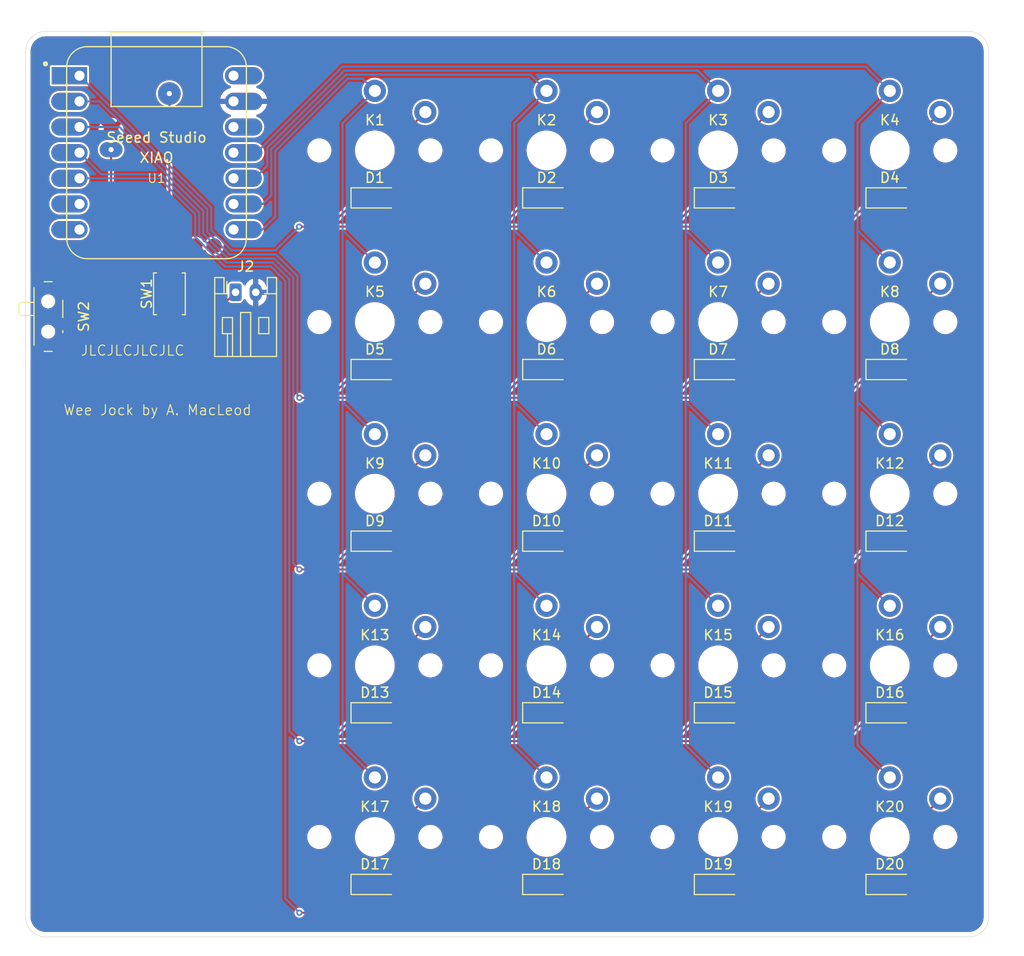
<source format=kicad_pcb>
(kicad_pcb (version 20240108) (generator "pcbnew") (generator_version "8.0")
  (title_block (title "Wee Jock Grid Pad") (date "2024-10-10") (rev "v0.0.2"))
  (layers (0 "F.Cu" signal) (31 "B.Cu" signal) (34 "B.Paste" user) (35 "F.Paste" user) (36 "B.SilkS" user "B.Silkscreen") (37 "F.SilkS" user "F.Silkscreen") (38 "B.Mask" user) (39 "F.Mask" user) (44 "Edge.Cuts" user))
  (net 0 "")
  (net 1 "Net-(D1-A)")
  (net 2 "row0")
  (net 3 "Net-(D2-A)")
  (net 4 "Net-(D3-A)")
  (net 5 "Net-(D4-A)")
  (net 6 "Net-(D5-A)")
  (net 7 "row1")
  (net 8 "Net-(D6-A)")
  (net 9 "Net-(D7-A)")
  (net 10 "Net-(D8-A)")
  (net 11 "row2")
  (net 12 "Net-(D9-A)")
  (net 13 "Net-(D10-A)")
  (net 14 "Net-(D11-A)")
  (net 15 "Net-(D12-A)")
  (net 16 "row3")
  (net 17 "Net-(D13-A)")
  (net 18 "Net-(D14-A)")
  (net 19 "Net-(D15-A)")
  (net 20 "Net-(D16-A)")
  (net 21 "Net-(D17-A)")
  (net 22 "row4")
  (net 23 "Net-(D18-A)")
  (net 24 "Net-(D19-A)")
  (net 25 "Net-(D20-A)")
  (net 26 "GND")
  (net 27 "Net-(J2-Pin_1)")
  (net 28 "col0")
  (net 29 "col1")
  (net 30 "col2")
  (net 31 "col3")
  (net 32 "RST")
  (net 34 "BAT+")
  (footprint "Diode_SMD:D_SOD-123" (layer "F.Cu") (at 143.2 80.8)
    (property "Reference" "D7" (at 0 -2 0) (layer "F.SilkS"))
    (property "Value" "D")
    (pad "1" smd roundrect (at -1.65 0) (size 0.9 1.2) (layers "F.Cu" "F.Paste" "F.Mask") (net 7 "row1"))
    (pad "2" smd roundrect (at 1.65 0) (size 0.9 1.2) (layers "F.Cu" "F.Paste" "F.Mask") (net 9 "Net-(D7-A)"))
  )
  (footprint "weejock_library:SW_Kailh_Choc_V1" (layer "F.Cu") (at 126.2 59.1)
    (property "Reference" "K2" (at 0 -3 0) (layer "F.SilkS"))
    (property "Value" "PG1350")
    (pad "" np_thru_hole circle (at -5.5 0) (size 1.9 1.9) (drill 1.9) (layers "*.Cu" "*.Mask"))
    (pad "" np_thru_hole circle (at 0 0) (size 3.45 3.45) (drill 3.45) (layers "*.Cu" "*.Mask"))
    (pad "" np_thru_hole circle (at 5.5 0) (size 1.9 1.9) (drill 1.9) (layers "*.Cu" "*.Mask"))
    (pad "1" thru_hole circle (at 0 -5.9) (size 2.2 2.2) (drill 1.2) (layers "*.Cu" "*.Mask") (net 29 "col1"))
    (pad "2" thru_hole circle (at 5 -3.8) (size 2.2 2.2) (drill 1.2) (layers "*.Cu" "*.Mask") (net 3 "Net-(D2-A)"))
  )
  (footprint "weejock_library:SW_Kailh_Choc_V1" (layer "F.Cu") (at 143.2 93.1)
    (property "Reference" "K11" (at 0 -3 0) (layer "F.SilkS"))
    (property "Value" "PG1350")
    (pad "" np_thru_hole circle (at -5.5 0) (size 1.9 1.9) (drill 1.9) (layers "*.Cu" "*.Mask"))
    (pad "" np_thru_hole circle (at 0 0) (size 3.45 3.45) (drill 3.45) (layers "*.Cu" "*.Mask"))
    (pad "" np_thru_hole circle (at 5.5 0) (size 1.9 1.9) (drill 1.9) (layers "*.Cu" "*.Mask"))
    (pad "1" thru_hole circle (at 0 -5.9) (size 2.2 2.2) (drill 1.2) (layers "*.Cu" "*.Mask") (net 30 "col2"))
    (pad "2" thru_hole circle (at 5 -3.8) (size 2.2 2.2) (drill 1.2) (layers "*.Cu" "*.Mask") (net 14 "Net-(D11-A)"))
  )
  (footprint "Diode_SMD:D_SOD-123" (layer "F.Cu") (at 143.2 97.8)
    (property "Reference" "D11" (at 0 -2 0) (layer "F.SilkS"))
    (property "Value" "D")
    (pad "1" smd roundrect (at -1.65 0) (size 0.9 1.2) (layers "F.Cu" "F.Paste" "F.Mask") (net 11 "row2"))
    (pad "2" smd roundrect (at 1.65 0) (size 0.9 1.2) (layers "F.Cu" "F.Paste" "F.Mask") (net 14 "Net-(D11-A)"))
  )
  (footprint "Diode_SMD:D_SOD-123" (layer "F.Cu") (at 109.2 114.8)
    (property "Reference" "D13" (at 0 -2 0) (layer "F.SilkS"))
    (property "Value" "D")
    (pad "1" smd roundrect (at -1.65 0) (size 0.9 1.2) (layers "F.Cu" "F.Paste" "F.Mask") (net 16 "row3"))
    (pad "2" smd roundrect (at 1.65 0) (size 0.9 1.2) (layers "F.Cu" "F.Paste" "F.Mask") (net 17 "Net-(D13-A)"))
  )
  (footprint "weejock_library:SW_Kailh_Choc_V1" (layer "F.Cu") (at 160.2 93.1)
    (property "Reference" "K12" (at 0 -3 0) (layer "F.SilkS"))
    (property "Value" "PG1350")
    (pad "" np_thru_hole circle (at -5.5 0) (size 1.9 1.9) (drill 1.9) (layers "*.Cu" "*.Mask"))
    (pad "" np_thru_hole circle (at 0 0) (size 3.45 3.45) (drill 3.45) (layers "*.Cu" "*.Mask"))
    (pad "" np_thru_hole circle (at 5.5 0) (size 1.9 1.9) (drill 1.9) (layers "*.Cu" "*.Mask"))
    (pad "1" thru_hole circle (at 0 -5.9) (size 2.2 2.2) (drill 1.2) (layers "*.Cu" "*.Mask") (net 31 "col3"))
    (pad "2" thru_hole circle (at 5 -3.8) (size 2.2 2.2) (drill 1.2) (layers "*.Cu" "*.Mask") (net 15 "Net-(D12-A)"))
  )
  (footprint "Diode_SMD:D_SOD-123" (layer "F.Cu") (at 143.2 131.8)
    (property "Reference" "D19" (at 0 -2 0) (layer "F.SilkS"))
    (property "Value" "D")
    (pad "1" smd roundrect (at -1.65 0) (size 0.9 1.2) (layers "F.Cu" "F.Paste" "F.Mask") (net 22 "row4"))
    (pad "2" smd roundrect (at 1.65 0) (size 0.9 1.2) (layers "F.Cu" "F.Paste" "F.Mask") (net 24 "Net-(D19-A)"))
  )
  (footprint "weejock_library:Castellated XIAO with BAT+ and RST" (layer "F.Cu") (at 87.575 59.32)
    (property "Reference" "U1" (at 0 2.54 0) (layer "F.SilkS") (effects (font (size 0.889 0.889) (thickness 0.1016))))
    (property "Value" "Seeed Studio XIAO nRF52840" (hide yes))
    (fp_text user "Seeed Studio" (at 0 -1.5 0) (layer "F.SilkS"))
    (fp_text user "XIAO" (at 0 0.5 0) (layer "F.SilkS"))
    (pad "1" thru_hole rect (at -7.625 -7.62) (size 3.5 1.7) (drill 1 (offset -1 0)) (layers "*.Cu" "*.Mask") (net 2 "row0"))
    (pad "2" thru_hole oval (at -7.625 -5.08) (size 3.6 1.7) (drill 1 (offset -1 0)) (layers "*.Cu" "*.Mask") (net 7 "row1"))
    (pad "3" thru_hole oval (at -7.625 -2.54) (size 3.6 1.7) (drill 1 (offset -1 0)) (layers "*.Cu" "*.Mask") (net 11 "row2"))
    (pad "4" thru_hole oval (at -7.625 0) (size 3.6 1.7) (drill 1 (offset -1 0)) (layers "*.Cu" "*.Mask") (net 16 "row3"))
    (pad "5" thru_hole oval (at -7.625 2.54) (size 3.6 1.7) (drill 1 (offset -1 0)) (layers "*.Cu" "*.Mask") (net 22 "row4"))
    (pad "6" thru_hole oval (at -7.625 5.08 180) (size 3.6 1.7) (drill 1 (offset 1 0)) (layers "*.Cu" "*.Mask"))
    (pad "7" thru_hole oval (at -7.625 7.62) (size 3.6 1.7) (drill 1 (offset -1 0)) (layers "*.Cu" "*.Mask"))
    (pad "8" thru_hole oval (at 7.625 7.62) (size 3.6 1.7) (drill 1 (offset 1 0)) (layers "*.Cu" "*.Mask") (net 28 "col0"))
    (pad "9" thru_hole oval (at 7.625 5.08) (size 3.6 1.7) (drill 1 (offset 1 0)) (layers "*.Cu" "*.Mask") (net 29 "col1"))
    (pad "10" thru_hole oval (at 7.625 2.54) (size 3.6 1.7) (drill 1 (offset 1 0)) (layers "*.Cu" "*.Mask") (net 30 "col2"))
    (pad "11" thru_hole oval (at 7.625 0) (size 3.7 1.7) (drill 1 (offset 1 0)) (layers "*.Cu" "*.Mask") (net 31 "col3"))
    (pad "12" thru_hole oval (at 7.625 -2.54) (size 3.7 1.7) (drill 1 (offset 1 0)) (layers "*.Cu" "*.Mask"))
    (pad "13" thru_hole oval (at 7.625 -5.08) (size 3.7 1.7) (drill 1 (offset 1 0)) (layers "*.Cu" "*.Mask") (net 26 "GND"))
    (pad "14" thru_hole oval (at 7.625 -7.62) (size 3.7 1.7) (drill 1 (offset 1 0)) (layers "*.Cu" "*.Mask"))
    (pad "15" smd circle (at -1.27 -8.39) (size 1.5 1.5) (layers "F.Cu" "F.Paste" "F.Mask"))
    (pad "16" smd circle (at 1.27 -8.39) (size 1.5 1.5) (layers "F.Cu" "F.Paste" "F.Mask"))
    (pad "17" smd circle (at -1.27 -5.85) (size 1.5 1.5) (layers "F.Cu" "F.Paste" "F.Mask"))
    (pad "18" thru_hole circle (at 1.27 -5.85) (size 2.25 2.25) (drill 0.508) (layers "*.Cu" "*.Mask") (net 32 "RST"))
    (pad "19" smd circle (at 3.8 9.25) (size 1.5 1.5) (layers "F.Cu" "F.Paste" "F.Mask"))
    (pad "20" smd circle (at 5.7 9.25) (size 1.5 1.5) (layers "F.Cu" "F.Paste" "F.Mask"))
    (pad "21" smd circle (at -4.5 -2.2) (size 1.5 1.5) (layers "F.Cu" "F.Paste" "F.Mask") (net 26 "GND"))
    (pad "22" thru_hole oval (at -4.5 -0.3) (size 2.25 1.5) (drill 0.508) (layers "*.Cu" "*.Mask") (net 34 "BAT+"))
  )
  (footprint "weejock_library:SW_Kailh_Choc_V1" (layer "F.Cu") (at 160.2 110.1)
    (property "Reference" "K16" (at 0 -3 0) (layer "F.SilkS"))
    (property "Value" "PG1350")
    (pad "" np_thru_hole circle (at -5.5 0) (size 1.9 1.9) (drill 1.9) (layers "*.Cu" "*.Mask"))
    (pad "" np_thru_hole circle (at 0 0) (size 3.45 3.45) (drill 3.45) (layers "*.Cu" "*.Mask"))
    (pad "" np_thru_hole circle (at 5.5 0) (size 1.9 1.9) (drill 1.9) (layers "*.Cu" "*.Mask"))
    (pad "1" thru_hole circle (at 0 -5.9) (size 2.2 2.2) (drill 1.2) (layers "*.Cu" "*.Mask") (net 31 "col3"))
    (pad "2" thru_hole circle (at 5 -3.8) (size 2.2 2.2) (drill 1.2) (layers "*.Cu" "*.Mask") (net 20 "Net-(D16-A)"))
  )
  (footprint "weejock_library:SW_Kailh_Choc_V1" (layer "F.Cu") (at 109.2 59.1)
    (property "Reference" "K1" (at 0 -3 0) (layer "F.SilkS"))
    (property "Value" "PG1350")
    (pad "" np_thru_hole circle (at -5.5 0) (size 1.9 1.9) (drill 1.9) (layers "*.Cu" "*.Mask"))
    (pad "" np_thru_hole circle (at 0 0) (size 3.45 3.45) (drill 3.45) (layers "*.Cu" "*.Mask"))
    (pad "" np_thru_hole circle (at 5.5 0) (size 1.9 1.9) (drill 1.9) (layers "*.Cu" "*.Mask"))
    (pad "1" thru_hole circle (at 0 -5.9) (size 2.2 2.2) (drill 1.2) (layers "*.Cu" "*.Mask") (net 28 "col0"))
    (pad "2" thru_hole circle (at 5 -3.8) (size 2.2 2.2) (drill 1.2) (layers "*.Cu" "*.Mask") (net 1 "Net-(D1-A)"))
  )
  (footprint "Diode_SMD:D_SOD-123" (layer "F.Cu") (at 143.2 114.8)
    (property "Reference" "D15" (at 0 -2 0) (layer "F.SilkS"))
    (property "Value" "D")
    (pad "1" smd roundrect (at -1.65 0) (size 0.9 1.2) (layers "F.Cu" "F.Paste" "F.Mask") (net 16 "row3"))
    (pad "2" smd roundrect (at 1.65 0) (size 0.9 1.2) (layers "F.Cu" "F.Paste" "F.Mask") (net 19 "Net-(D15-A)"))
  )
  (footprint "Diode_SMD:D_SOD-123" (layer "F.Cu") (at 160.2 63.8)
    (property "Reference" "D4" (at 0 -2 0) (layer "F.SilkS"))
    (property "Value" "D")
    (pad "1" smd roundrect (at -1.65 0) (size 0.9 1.2) (layers "F.Cu" "F.Paste" "F.Mask") (net 2 "row0"))
    (pad "2" smd roundrect (at 1.65 0) (size 0.9 1.2) (layers "F.Cu" "F.Paste" "F.Mask") (net 5 "Net-(D4-A)"))
  )
  (footprint "weejock_library:SW_Kailh_Choc_V1" (layer "F.Cu") (at 143.2 76.1)
    (property "Reference" "K7" (at 0 -3 0) (layer "F.SilkS"))
    (property "Value" "PG1350")
    (pad "" np_thru_hole circle (at -5.5 0) (size 1.9 1.9) (drill 1.9) (layers "*.Cu" "*.Mask"))
    (pad "" np_thru_hole circle (at 0 0) (size 3.45 3.45) (drill 3.45) (layers "*.Cu" "*.Mask"))
    (pad "" np_thru_hole circle (at 5.5 0) (size 1.9 1.9) (drill 1.9) (layers "*.Cu" "*.Mask"))
    (pad "1" thru_hole circle (at 0 -5.9) (size 2.2 2.2) (drill 1.2) (layers "*.Cu" "*.Mask") (net 30 "col2"))
    (pad "2" thru_hole circle (at 5 -3.8) (size 2.2 2.2) (drill 1.2) (layers "*.Cu" "*.Mask") (net 9 "Net-(D7-A)"))
  )
  (footprint "Diode_SMD:D_SOD-123" (layer "F.Cu") (at 126.2 97.8)
    (property "Reference" "D10" (at 0 -2 0) (layer "F.SilkS"))
    (property "Value" "D")
    (pad "1" smd roundrect (at -1.65 0) (size 0.9 1.2) (layers "F.Cu" "F.Paste" "F.Mask") (net 11 "row2"))
    (pad "2" smd roundrect (at 1.65 0) (size 0.9 1.2) (layers "F.Cu" "F.Paste" "F.Mask") (net 13 "Net-(D10-A)"))
  )
  (footprint "weejock_library:SW_Kailh_Choc_V1" (layer "F.Cu") (at 109.2 76.1)
    (property "Reference" "K5" (at 0 -3 0) (layer "F.SilkS"))
    (property "Value" "PG1350")
    (pad "" np_thru_hole circle (at -5.5 0) (size 1.9 1.9) (drill 1.9) (layers "*.Cu" "*.Mask"))
    (pad "" np_thru_hole circle (at 0 0) (size 3.45 3.45) (drill 3.45) (layers "*.Cu" "*.Mask"))
    (pad "" np_thru_hole circle (at 5.5 0) (size 1.9 1.9) (drill 1.9) (layers "*.Cu" "*.Mask"))
    (pad "1" thru_hole circle (at 0 -5.9) (size 2.2 2.2) (drill 1.2) (layers "*.Cu" "*.Mask") (net 28 "col0"))
    (pad "2" thru_hole circle (at 5 -3.8) (size 2.2 2.2) (drill 1.2) (layers "*.Cu" "*.Mask") (net 6 "Net-(D5-A)"))
  )
  (footprint "weejock_library:SW_Kailh_Choc_V1" (layer "F.Cu") (at 126.2 110.1)
    (property "Reference" "K14" (at 0 -3 0) (layer "F.SilkS"))
    (property "Value" "PG1350")
    (pad "" np_thru_hole circle (at -5.5 0) (size 1.9 1.9) (drill 1.9) (layers "*.Cu" "*.Mask"))
    (pad "" np_thru_hole circle (at 0 0) (size 3.45 3.45) (drill 3.45) (layers "*.Cu" "*.Mask"))
    (pad "" np_thru_hole circle (at 5.5 0) (size 1.9 1.9) (drill 1.9) (layers "*.Cu" "*.Mask"))
    (pad "1" thru_hole circle (at 0 -5.9) (size 2.2 2.2) (drill 1.2) (layers "*.Cu" "*.Mask") (net 29 "col1"))
    (pad "2" thru_hole circle (at 5 -3.8) (size 2.2 2.2) (drill 1.2) (layers "*.Cu" "*.Mask") (net 18 "Net-(D14-A)"))
  )
  (footprint "Diode_SMD:D_SOD-123" (layer "F.Cu") (at 109.2 80.8)
    (property "Reference" "D5" (at 0 -2 0) (layer "F.SilkS"))
    (property "Value" "D")
    (pad "1" smd roundrect (at -1.65 0) (size 0.9 1.2) (layers "F.Cu" "F.Paste" "F.Mask") (net 7 "row1"))
    (pad "2" smd roundrect (at 1.65 0) (size 0.9 1.2) (layers "F.Cu" "F.Paste" "F.Mask") (net 6 "Net-(D5-A)"))
  )
  (footprint "weejock_library:SW_Kailh_Choc_V1" (layer "F.Cu") (at 143.2 59.1)
    (property "Reference" "K3" (at 0 -3 0) (layer "F.SilkS"))
    (property "Value" "PG1350")
    (pad "" np_thru_hole circle (at -5.5 0) (size 1.9 1.9) (drill 1.9) (layers "*.Cu" "*.Mask"))
    (pad "" np_thru_hole circle (at 0 0) (size 3.45 3.45) (drill 3.45) (layers "*.Cu" "*.Mask"))
    (pad "" np_thru_hole circle (at 5.5 0) (size 1.9 1.9) (drill 1.9) (layers "*.Cu" "*.Mask"))
    (pad "1" thru_hole circle (at 0 -5.9) (size 2.2 2.2) (drill 1.2) (layers "*.Cu" "*.Mask") (net 30 "col2"))
    (pad "2" thru_hole circle (at 5 -3.8) (size 2.2 2.2) (drill 1.2) (layers "*.Cu" "*.Mask") (net 4 "Net-(D3-A)"))
  )
  (footprint "Button_Switch_SMD:SW_SPDT_PCM12" (layer "F.Cu") (at 77.17 75.55 -90)
    (property "Reference" "SW2" (at 0 -3.2 90) (layer "F.SilkS"))
    (property "Value" "SW_SPDT")
    (pad "" smd rect (at -3.65 -0.78 270) (size 1 0.8) (layers "F.Cu" "F.Paste" "F.Mask"))
    (pad "" smd rect (at -3.65 1.43 270) (size 1 0.8) (layers "F.Cu" "F.Paste" "F.Mask"))
    (pad "" np_thru_hole circle (at -1.5 0.33 270) (size 0.9 0.9) (drill 0.9) (layers "*.Cu" "*.Mask"))
    (pad "" np_thru_hole circle (at 1.5 0.33 270) (size 0.9 0.9) (drill 0.9) (layers "*.Cu" "*.Mask"))
    (pad "" smd rect (at 3.65 -0.78 270) (size 1 0.8) (layers "F.Cu" "F.Paste" "F.Mask"))
    (pad "" smd rect (at 3.65 1.43 270) (size 1 0.8) (layers "F.Cu" "F.Paste" "F.Mask"))
    (pad "1" smd rect (at -2.25 -1.43 270) (size 0.7 1.5) (layers "F.Cu" "F.Paste" "F.Mask"))
    (pad "2" smd rect (at 0.75 -1.43 270) (size 0.7 1.5) (layers "F.Cu" "F.Paste" "F.Mask") (net 34 "BAT+"))
    (pad "3" smd rect (at 2.25 -1.43 270) (size 0.7 1.5) (layers "F.Cu" "F.Paste" "F.Mask") (net 27 "Net-(J2-Pin_1)"))
  )
  (footprint "Diode_SMD:D_SOD-123" (layer "F.Cu") (at 109.2 97.8)
    (property "Reference" "D9" (at 0 -2 0) (layer "F.SilkS"))
    (property "Value" "D")
    (pad "1" smd roundrect (at -1.65 0) (size 0.9 1.2) (layers "F.Cu" "F.Paste" "F.Mask") (net 11 "row2"))
    (pad "2" smd roundrect (at 1.65 0) (size 0.9 1.2) (layers "F.Cu" "F.Paste" "F.Mask") (net 12 "Net-(D9-A)"))
  )
  (footprint "weejock_library:SW_Kailh_Choc_V1" (layer "F.Cu") (at 160.2 59.1)
    (property "Reference" "K4" (at 0 -3 0) (layer "F.SilkS"))
    (property "Value" "PG1350")
    (pad "" np_thru_hole circle (at -5.5 0) (size 1.9 1.9) (drill 1.9) (layers "*.Cu" "*.Mask"))
    (pad "" np_thru_hole circle (at 0 0) (size 3.45 3.45) (drill 3.45) (layers "*.Cu" "*.Mask"))
    (pad "" np_thru_hole circle (at 5.5 0) (size 1.9 1.9) (drill 1.9) (layers "*.Cu" "*.Mask"))
    (pad "1" thru_hole circle (at 0 -5.9) (size 2.2 2.2) (drill 1.2) (layers "*.Cu" "*.Mask") (net 31 "col3"))
    (pad "2" thru_hole circle (at 5 -3.8) (size 2.2 2.2) (drill 1.2) (layers "*.Cu" "*.Mask") (net 5 "Net-(D4-A)"))
  )
  (footprint "Diode_SMD:D_SOD-123" (layer "F.Cu") (at 160.2 80.8)
    (property "Reference" "D8" (at 0 -2 0) (layer "F.SilkS"))
    (property "Value" "D")
    (pad "1" smd roundrect (at -1.65 0) (size 0.9 1.2) (layers "F.Cu" "F.Paste" "F.Mask") (net 7 "row1"))
    (pad "2" smd roundrect (at 1.65 0) (size 0.9 1.2) (layers "F.Cu" "F.Paste" "F.Mask") (net 10 "Net-(D8-A)"))
  )
  (footprint "Diode_SMD:D_SOD-123" (layer "F.Cu") (at 160.2 97.8)
    (property "Reference" "D12" (at 0 -2 0) (layer "F.SilkS"))
    (property "Value" "D")
    (pad "1" smd roundrect (at -1.65 0) (size 0.9 1.2) (layers "F.Cu" "F.Paste" "F.Mask") (net 11 "row2"))
    (pad "2" smd roundrect (at 1.65 0) (size 0.9 1.2) (layers "F.Cu" "F.Paste" "F.Mask") (net 15 "Net-(D12-A)"))
  )
  (footprint "Diode_SMD:D_SOD-123" (layer "F.Cu") (at 160.2 131.8)
    (property "Reference" "D20" (at 0 -2 0) (layer "F.SilkS"))
    (property "Value" "D")
    (pad "1" smd roundrect (at -1.65 0) (size 0.9 1.2) (layers "F.Cu" "F.Paste" "F.Mask") (net 22 "row4"))
    (pad "2" smd roundrect (at 1.65 0) (size 0.9 1.2) (layers "F.Cu" "F.Paste" "F.Mask") (net 25 "Net-(D20-A)"))
  )
  (footprint "Diode_SMD:D_SOD-123" (layer "F.Cu") (at 126.2 114.8)
    (property "Reference" "D14" (at 0 -2 0) (layer "F.SilkS"))
    (property "Value" "D")
    (pad "1" smd roundrect (at -1.65 0) (size 0.9 1.2) (layers "F.Cu" "F.Paste" "F.Mask") (net 16 "row3"))
    (pad "2" smd roundrect (at 1.65 0) (size 0.9 1.2) (layers "F.Cu" "F.Paste" "F.Mask") (net 18 "Net-(D14-A)"))
  )
  (footprint "Diode_SMD:D_SOD-123" (layer "F.Cu") (at 109.2 131.8)
    (property "Reference" "D17" (at 0 -2 0) (layer "F.SilkS"))
    (property "Value" "D")
    (pad "1" smd roundrect (at -1.65 0) (size 0.9 1.2) (layers "F.Cu" "F.Paste" "F.Mask") (net 22 "row4"))
    (pad "2" smd roundrect (at 1.65 0) (size 0.9 1.2) (layers "F.Cu" "F.Paste" "F.Mask") (net 21 "Net-(D17-A)"))
  )
  (footprint "weejock_library:SW_Kailh_Choc_V1" (layer "F.Cu") (at 126.2 127.1)
    (property "Reference" "K18" (at 0 -3 0) (layer "F.SilkS"))
    (property "Value" "PG1350")
    (pad "" np_thru_hole circle (at -5.5 0) (size 1.9 1.9) (drill 1.9) (layers "*.Cu" "*.Mask"))
    (pad "" np_thru_hole circle (at 0 0) (size 3.45 3.45) (drill 3.45) (layers "*.Cu" "*.Mask"))
    (pad "" np_thru_hole circle (at 5.5 0) (size 1.9 1.9) (drill 1.9) (layers "*.Cu" "*.Mask"))
    (pad "1" thru_hole circle (at 0 -5.9) (size 2.2 2.2) (drill 1.2) (layers "*.Cu" "*.Mask") (net 29 "col1"))
    (pad "2" thru_hole circle (at 5 -3.8) (size 2.2 2.2) (drill 1.2) (layers "*.Cu" "*.Mask") (net 23 "Net-(D18-A)"))
  )
  (footprint "Button_Switch_SMD:SW_Push_SPST_NO_Alps_SKRK" (layer "F.Cu") (at 88.85 73.3 90)
    (property "Reference" "SW1" (at 0 -2.25 90) (layer "F.SilkS"))
    (property "Value" "SW_Push")
    (pad "1" smd roundrect (at -2.1 0 90) (size 0.8 2) (layers "F.Cu" "F.Paste" "F.Mask") (net 26 "GND"))
    (pad "2" smd roundrect (at 2.1 0 90) (size 0.8 2) (layers "F.Cu" "F.Paste" "F.Mask") (net 32 "RST"))
  )
  (footprint "weejock_library:SW_Kailh_Choc_V1" (layer "F.Cu") (at 143.2 110.1)
    (property "Reference" "K15" (at 0 -3 0) (layer "F.SilkS"))
    (property "Value" "PG1350")
    (pad "" np_thru_hole circle (at -5.5 0) (size 1.9 1.9) (drill 1.9) (layers "*.Cu" "*.Mask"))
    (pad "" np_thru_hole circle (at 0 0) (size 3.45 3.45) (drill 3.45) (layers "*.Cu" "*.Mask"))
    (pad "" np_thru_hole circle (at 5.5 0) (size 1.9 1.9) (drill 1.9) (layers "*.Cu" "*.Mask"))
    (pad "1" thru_hole circle (at 0 -5.9) (size 2.2 2.2) (drill 1.2) (layers "*.Cu" "*.Mask") (net 30 "col2"))
    (pad "2" thru_hole circle (at 5 -3.8) (size 2.2 2.2) (drill 1.2) (layers "*.Cu" "*.Mask") (net 19 "Net-(D15-A)"))
  )
  (footprint "weejock_library:SW_Kailh_Choc_V1" (layer "F.Cu") (at 109.2 127.1)
    (property "Reference" "K17" (at 0 -3 0) (layer "F.SilkS"))
    (property "Value" "PG1350")
    (pad "" np_thru_hole circle (at -5.5 0) (size 1.9 1.9) (drill 1.9) (layers "*.Cu" "*.Mask"))
    (pad "" np_thru_hole circle (at 0 0) (size 3.45 3.45) (drill 3.45) (layers "*.Cu" "*.Mask"))
    (pad "" np_thru_hole circle (at 5.5 0) (size 1.9 1.9) (drill 1.9) (layers "*.Cu" "*.Mask"))
    (pad "1" thru_hole circle (at 0 -5.9) (size 2.2 2.2) (drill 1.2) (layers "*.Cu" "*.Mask") (net 28 "col0"))
    (pad "2" thru_hole circle (at 5 -3.8) (size 2.2 2.2) (drill 1.2) (layers "*.Cu" "*.Mask") (net 21 "Net-(D17-A)"))
  )
  (footprint "Diode_SMD:D_SOD-123" (layer "F.Cu") (at 109.2 63.8)
    (property "Reference" "D1" (at 0 -2 0) (layer "F.SilkS"))
    (property "Value" "D")
    (pad "1" smd roundrect (at -1.65 0) (size 0.9 1.2) (layers "F.Cu" "F.Paste" "F.Mask") (net 2 "row0"))
    (pad "2" smd roundrect (at 1.65 0) (size 0.9 1.2) (layers "F.Cu" "F.Paste" "F.Mask") (net 1 "Net-(D1-A)"))
  )
  (footprint "Diode_SMD:D_SOD-123" (layer "F.Cu") (at 143.2 63.8)
    (property "Reference" "D3" (at 0 -2 0) (layer "F.SilkS"))
    (property "Value" "D")
    (pad "1" smd roundrect (at -1.65 0) (size 0.9 1.2) (layers "F.Cu" "F.Paste" "F.Mask") (net 2 "row0"))
    (pad "2" smd roundrect (at 1.65 0) (size 0.9 1.2) (layers "F.Cu" "F.Paste" "F.Mask") (net 4 "Net-(D3-A)"))
  )
  (footprint "weejock_library:SW_Kailh_Choc_V1" (layer "F.Cu") (at 143.2 127.1)
    (property "Reference" "K19" (at 0 -3 0) (layer "F.SilkS"))
    (property "Value" "PG1350")
    (pad "" np_thru_hole circle (at -5.5 0) (size 1.9 1.9) (drill 1.9) (layers "*.Cu" "*.Mask"))
    (pad "" np_thru_hole circle (at 0 0) (size 3.45 3.45) (drill 3.45) (layers "*.Cu" "*.Mask"))
    (pad "" np_thru_hole circle (at 5.5 0) (size 1.9 1.9) (drill 1.9) (layers "*.Cu" "*.Mask"))
    (pad "1" thru_hole circle (at 0 -5.9) (size 2.2 2.2) (drill 1.2) (layers "*.Cu" "*.Mask") (net 30 "col2"))
    (pad "2" thru_hole circle (at 5 -3.8) (size 2.2 2.2) (drill 1.2) (layers "*.Cu" "*.Mask") (net 24 "Net-(D19-A)"))
  )
  (footprint "weejock_library:SW_Kailh_Choc_V1" (layer "F.Cu") (at 126.2 76.1)
    (property "Reference" "K6" (at 0 -3 0) (layer "F.SilkS"))
    (property "Value" "PG1350")
    (pad "" np_thru_hole circle (at -5.5 0) (size 1.9 1.9) (drill 1.9) (layers "*.Cu" "*.Mask"))
    (pad "" np_thru_hole circle (at 0 0) (size 3.45 3.45) (drill 3.45) (layers "*.Cu" "*.Mask"))
    (pad "" np_thru_hole circle (at 5.5 0) (size 1.9 1.9) (drill 1.9) (layers "*.Cu" "*.Mask"))
    (pad "1" thru_hole circle (at 0 -5.9) (size 2.2 2.2) (drill 1.2) (layers "*.Cu" "*.Mask") (net 29 "col1"))
    (pad "2" thru_hole circle (at 5 -3.8) (size 2.2 2.2) (drill 1.2) (layers "*.Cu" "*.Mask") (net 8 "Net-(D6-A)"))
  )
  (footprint "weejock_library:SW_Kailh_Choc_V1" (layer "F.Cu") (at 109.2 110.1)
    (property "Reference" "K13" (at 0 -3 0) (layer "F.SilkS"))
    (property "Value" "PG1350")
    (pad "" np_thru_hole circle (at -5.5 0) (size 1.9 1.9) (drill 1.9) (layers "*.Cu" "*.Mask"))
    (pad "" np_thru_hole circle (at 0 0) (size 3.45 3.45) (drill 3.45) (layers "*.Cu" "*.Mask"))
    (pad "" np_thru_hole circle (at 5.5 0) (size 1.9 1.9) (drill 1.9) (layers "*.Cu" "*.Mask"))
    (pad "1" thru_hole circle (at 0 -5.9) (size 2.2 2.2) (drill 1.2) (layers "*.Cu" "*.Mask") (net 28 "col0"))
    (pad "2" thru_hole circle (at 5 -3.8) (size 2.2 2.2) (drill 1.2) (layers "*.Cu" "*.Mask") (net 17 "Net-(D13-A)"))
  )
  (footprint "weejock_library:SW_Kailh_Choc_V1" (layer "F.Cu") (at 160.2 127.1)
    (property "Reference" "K20" (at 0 -3 0) (layer "F.SilkS"))
    (property "Value" "PG1350")
    (pad "" np_thru_hole circle (at -5.5 0) (size 1.9 1.9) (drill 1.9) (layers "*.Cu" "*.Mask"))
    (pad "" np_thru_hole circle (at 0 0) (size 3.45 3.45) (drill 3.45) (layers "*.Cu" "*.Mask"))
    (pad "" np_thru_hole circle (at 5.5 0) (size 1.9 1.9) (drill 1.9) (layers "*.Cu" "*.Mask"))
    (pad "1" thru_hole circle (at 0 -5.9) (size 2.2 2.2) (drill 1.2) (layers "*.Cu" "*.Mask") (net 31 "col3"))
    (pad "2" thru_hole circle (at 5 -3.8) (size 2.2 2.2) (drill 1.2) (layers "*.Cu" "*.Mask") (net 25 "Net-(D20-A)"))
  )
  (footprint "Diode_SMD:D_SOD-123" (layer "F.Cu") (at 126.2 131.8)
    (property "Reference" "D18" (at 0 -2 0) (layer "F.SilkS"))
    (property "Value" "D")
    (pad "1" smd roundrect (at -1.65 0) (size 0.9 1.2) (layers "F.Cu" "F.Paste" "F.Mask") (net 22 "row4"))
    (pad "2" smd roundrect (at 1.65 0) (size 0.9 1.2) (layers "F.Cu" "F.Paste" "F.Mask") (net 23 "Net-(D18-A)"))
  )
  (footprint "weejock_library:SW_Kailh_Choc_V1" (layer "F.Cu") (at 126.2 93.1)
    (property "Reference" "K10" (at 0 -3 0) (layer "F.SilkS"))
    (property "Value" "PG1350")
    (pad "" np_thru_hole circle (at -5.5 0) (size 1.9 1.9) (drill 1.9) (layers "*.Cu" "*.Mask"))
    (pad "" np_thru_hole circle (at 0 0) (size 3.45 3.45) (drill 3.45) (layers "*.Cu" "*.Mask"))
    (pad "" np_thru_hole circle (at 5.5 0) (size 1.9 1.9) (drill 1.9) (layers "*.Cu" "*.Mask"))
    (pad "1" thru_hole circle (at 0 -5.9) (size 2.2 2.2) (drill 1.2) (layers "*.Cu" "*.Mask") (net 29 "col1"))
    (pad "2" thru_hole circle (at 5 -3.8) (size 2.2 2.2) (drill 1.2) (layers "*.Cu" "*.Mask") (net 13 "Net-(D10-A)"))
  )
  (footprint "weejock_library:SW_Kailh_Choc_V1" (layer "F.Cu") (at 109.2 93.1)
    (property "Reference" "K9" (at 0 -3 0) (layer "F.SilkS"))
    (property "Value" "PG1350")
    (pad "" np_thru_hole circle (at -5.5 0) (size 1.9 1.9) (drill 1.9) (layers "*.Cu" "*.Mask"))
    (pad "" np_thru_hole circle (at 0 0) (size 3.45 3.45) (drill 3.45) (layers "*.Cu" "*.Mask"))
    (pad "" np_thru_hole circle (at 5.5 0) (size 1.9 1.9) (drill 1.9) (layers "*.Cu" "*.Mask"))
    (pad "1" thru_hole circle (at 0 -5.9) (size 2.2 2.2) (drill 1.2) (layers "*.Cu" "*.Mask") (net 28 "col0"))
    (pad "2" thru_hole circle (at 5 -3.8) (size 2.2 2.2) (drill 1.2) (layers "*.Cu" "*.Mask") (net 12 "Net-(D9-A)"))
  )
  (footprint "Diode_SMD:D_SOD-123" (layer "F.Cu") (at 160.2 114.8)
    (property "Reference" "D16" (at 0 -2 0) (layer "F.SilkS"))
    (property "Value" "D")
    (pad "1" smd roundrect (at -1.65 0) (size 0.9 1.2) (layers "F.Cu" "F.Paste" "F.Mask") (net 16 "row3"))
    (pad "2" smd roundrect (at 1.65 0) (size 0.9 1.2) (layers "F.Cu" "F.Paste" "F.Mask") (net 20 "Net-(D16-A)"))
  )
  (footprint "weejock_library:SW_Kailh_Choc_V1" (layer "F.Cu") (at 160.2 76.1)
    (property "Reference" "K8" (at 0 -3 0) (layer "F.SilkS"))
    (property "Value" "PG1350")
    (pad "" np_thru_hole circle (at -5.5 0) (size 1.9 1.9) (drill 1.9) (layers "*.Cu" "*.Mask"))
    (pad "" np_thru_hole circle (at 0 0) (size 3.45 3.45) (drill 3.45) (layers "*.Cu" "*.Mask"))
    (pad "" np_thru_hole circle (at 5.5 0) (size 1.9 1.9) (drill 1.9) (layers "*.Cu" "*.Mask"))
    (pad "1" thru_hole circle (at 0 -5.9) (size 2.2 2.2) (drill 1.2) (layers "*.Cu" "*.Mask") (net 31 "col3"))
    (pad "2" thru_hole circle (at 5 -3.8) (size 2.2 2.2) (drill 1.2) (layers "*.Cu" "*.Mask") (net 10 "Net-(D8-A)"))
  )
  (footprint "Diode_SMD:D_SOD-123" (layer "F.Cu") (at 126.2 63.8)
    (property "Reference" "D2" (at 0 -2 0) (layer "F.SilkS"))
    (property "Value" "D")
    (pad "1" smd roundrect (at -1.65 0) (size 0.9 1.2) (layers "F.Cu" "F.Paste" "F.Mask") (net 2 "row0"))
    (pad "2" smd roundrect (at 1.65 0) (size 0.9 1.2) (layers "F.Cu" "F.Paste" "F.Mask") (net 3 "Net-(D2-A)"))
  )
  (footprint "Diode_SMD:D_SOD-123" (layer "F.Cu") (at 126.2 80.8)
    (property "Reference" "D6" (at 0 -2 0) (layer "F.SilkS"))
    (property "Value" "D")
    (pad "1" smd roundrect (at -1.65 0) (size 0.9 1.2) (layers "F.Cu" "F.Paste" "F.Mask") (net 7 "row1"))
    (pad "2" smd roundrect (at 1.65 0) (size 0.9 1.2) (layers "F.Cu" "F.Paste" "F.Mask") (net 8 "Net-(D6-A)"))
  )
  (footprint "Connector_JST:JST_PH_S2B-PH-K_1x02_P2.00mm_Horizontal" (layer "F.Cu") (at 95.4 73.15)
    (property "Reference" "J2" (at 1 -2.55 0) (layer "F.SilkS"))
    (property "Value" "JST-PH2")
    (pad "1" thru_hole roundrect (at 0 0) (size 1.2 1.75) (drill 0.75) (layers "*.Cu" "*.Mask") (roundrect_rratio 0.208333) (net 27 "Net-(J2-Pin_1)"))
    (pad "2" thru_hole oval (at 2 0) (size 1.2 1.75) (drill 0.75) (layers "*.Cu" "*.Mask") (net 26 "GND"))
  )
  (gr_arc (start 76.6 137) (mid 75.185786 136.414214) (end 74.6 135) (stroke (width 0.05)) (layer "Edge.Cuts"))
  (gr_arc (start 74.6 49.3) (mid 75.185786 47.885786) (end 76.6 47.3) (stroke (width 0.05)) (layer "Edge.Cuts"))
  (gr_line (start 168 137) (end 76.6 137) (stroke (width 0.05)) (layer "Edge.Cuts"))
  (gr_arc (start 168 47.3) (mid 169.414214 47.885786) (end 170 49.3) (stroke (width 0.05)) (layer "Edge.Cuts"))
  (gr_line (start 74.6 135) (end 74.6 49.3) (stroke (width 0.05)) (layer "Edge.Cuts"))
  (gr_line (start 76.6 47.3) (end 168 47.3) (stroke (width 0.05)) (layer "Edge.Cuts"))
  (gr_arc (start 170 135) (mid 169.414214 136.414214) (end 168 137) (stroke (width 0.05)) (layer "Edge.Cuts"))
  (gr_line (start 170 49.3) (end 170 135) (stroke (width 0.05)) (layer "Edge.Cuts"))
  (gr_text "JLCJLCJLCJLC" (at 80 79.5 0) (layer "F.SilkS") (effects (font (size 1 1) (thickness 0.1)) (justify left bottom)))
  (gr_text "Wee Jock by A. MacLeod" (at 78.3 85.4 0) (layer "F.SilkS") (effects (font (size 1 1) (thickness 0.1)) (justify left bottom)))
  (segment (start 112.4 62.25) (end 110.85 63.8) (width 0.2) (layer "F.Cu") (net 1))
  (segment (start 112.4 57.1) (end 112.4 62.25) (width 0.2) (layer "F.Cu") (net 1))
  (segment (start 114.2 55.3) (end 112.4 57.1) (width 0.2) (layer "F.Cu") (net 1))
  (segment (start 138.35 66.65) (end 121.4 66.65) (width 0.2) (layer "F.Cu") (net 2))
  (segment (start 155.7 66.65) (end 138.35 66.65) (width 0.2) (layer "F.Cu") (net 2))
  (segment (start 141.55 63.8) (end 138.7 66.65) (width 0.2) (layer "F.Cu") (net 2))
  (segment (start 121.4 66.65) (end 104.45 66.65) (width 0.2) (layer "F.Cu") (net 2))
  (segment (start 158.55 63.8) (end 155.7 66.65) (width 0.2) (layer "F.Cu") (net 2))
  (segment (start 107.55 63.8) (end 104.7 66.65) (width 0.2) (layer "F.Cu") (net 2))
  (segment (start 124.55 63.8) (end 121.7 66.65) (width 0.2) (layer "F.Cu") (net 2))
  (segment (start 121.7 66.65) (end 121.4 66.65) (width 0.2) (layer "F.Cu") (net 2))
  (segment (start 104.7 66.65) (end 104.45 66.65) (width 0.2) (layer "F.Cu") (net 2))
  (segment (start 138.7 66.65) (end 138.35 66.65) (width 0.2) (layer "F.Cu") (net 2))
  (segment (start 104.45 66.65) (end 101.7 66.65) (width 0.2) (layer "F.Cu") (net 2))
  (via (at 101.7 66.65) (size 0.6) (drill 0.3) (layers "F.Cu" "B.Cu") (net 2))
  (segment (start 93 64.75) (end 93 67) (width 0.2) (layer "B.Cu") (net 2))
  (segment (start 93 67) (end 95 69) (width 0.2) (layer "B.Cu") (net 2))
  (segment (start 95 69) (end 99.35 69) (width 0.2) (layer "B.Cu") (net 2))
  (segment (start 101.7 66.65) (end 99.35 69) (width 0.2) (layer "B.Cu") (net 2))
  (segment (start 79.95 51.7) (end 93 64.75) (width 0.2) (layer "B.Cu") (net 2))
  (segment (start 131.2 55.35) (end 129.4 57.15) (width 0.2) (layer "F.Cu") (net 3))
  (segment (start 129.4 57.15) (end 129.4 62.3) (width 0.2) (layer "F.Cu") (net 3))
  (segment (start 129.4 62.3) (end 127.85 63.85) (width 0.2) (layer "F.Cu") (net 3))
  (segment (start 146.4 57.15) (end 146.4 62.3) (width 0.2) (layer "F.Cu") (net 4))
  (segment (start 146.4 62.3) (end 144.85 63.85) (width 0.2) (layer "F.Cu") (net 4))
  (segment (start 148.2 55.35) (end 146.4 57.15) (width 0.2) (layer "F.Cu") (net 4))
  (segment (start 165.2 55.35) (end 163.4 57.15) (width 0.2) (layer "F.Cu") (net 5))
  (segment (start 163.4 57.15) (end 163.4 62.3) (width 0.2) (layer "F.Cu") (net 5))
  (segment (start 163.4 62.3) (end 161.85 63.85) (width 0.2) (layer "F.Cu") (net 5))
  (segment (start 114.15 72.25) (end 112.35 74.05) (width 0.2) (layer "F.Cu") (net 6))
  (segment (start 112.35 74.05) (end 112.35 79.2) (width 0.2) (layer "F.Cu") (net 6))
  (segment (start 112.35 79.2) (end 110.8 80.75) (width 0.2) (layer "F.Cu") (net 6))
  (segment (start 104.725 83.6) (end 104.475 83.6) (width 0.2) (layer "F.Cu") (net 7))
  (segment (start 124.575 80.75) (end 121.725 83.6) (width 0.2) (layer "F.Cu") (net 7))
  (segment (start 104.475 83.6) (end 101.725 83.6) (width 0.2) (layer "F.Cu") (net 7))
  (segment (start 107.575 80.75) (end 104.725 83.6) (width 0.2) (layer "F.Cu") (net 7))
  (segment (start 121.425 83.6) (end 104.475 83.6) (width 0.2) (layer "F.Cu") (net 7))
  (segment (start 155.725 83.6) (end 138.375 83.6) (width 0.2) (layer "F.Cu") (net 7))
  (segment (start 138.375 83.6) (end 121.425 83.6) (width 0.2) (layer "F.Cu") (net 7))
  (segment (start 121.725 83.6) (end 121.425 83.6) (width 0.2) (layer "F.Cu") (net 7))
  (segment (start 141.575 80.75) (end 138.725 83.6) (width 0.2) (layer "F.Cu") (net 7))
  (segment (start 138.725 83.6) (end 138.375 83.6) (width 0.2) (layer "F.Cu") (net 7))
  (segment (start 158.575 80.75) (end 155.725 83.6) (width 0.2) (layer "F.Cu") (net 7))
  (via (at 101.725 83.6) (size 0.6) (drill 0.3) (layers "F.Cu" "B.Cu") (net 7))
  (segment (start 101.525 83.4) (end 101.525 71.525) (width 0.2) (layer "B.Cu") (net 7))
  (segment (start 92.6 67.165686) (end 92.6 64.915686) (width 0.2) (layer "B.Cu") (net 7))
  (segment (start 92.6 64.915686) (end 81.924314 54.24) (width 0.2) (layer "B.Cu") (net 7))
  (segment (start 101.525 71.525) (end 99.4 69.4) (width 0.2) (layer "B.Cu") (net 7))
  (segment (start 101.725 83.6) (end 101.525 83.4) (width 0.2) (layer "B.Cu") (net 7))
  (segment (start 94.834314 69.4) (end 92.6 67.165686) (width 0.2) (layer "B.Cu") (net 7))
  (segment (start 81.924314 54.24) (end 79.95 54.24) (width 0.2) (layer "B.Cu") (net 7))
  (segment (start 99.4 69.4) (end 94.834314 69.4) (width 0.2) (layer "B.Cu") (net 7))
  (segment (start 129.35 74.1) (end 129.35 79.25) (width 0.2) (layer "F.Cu") (net 8))
  (segment (start 129.35 79.25) (end 127.8 80.8) (width 0.2) (layer "F.Cu") (net 8))
  (segment (start 131.15 72.3) (end 129.35 74.1) (width 0.2) (layer "F.Cu") (net 8))
  (segment (start 148.15 72.3) (end 146.35 74.1) (width 0.2) (layer "F.Cu") (net 9))
  (segment (start 146.35 79.25) (end 144.8 80.8) (width 0.2) (layer "F.Cu") (net 9))
  (segment (start 146.35 74.1) (end 146.35 79.25) (width 0.2) (layer "F.Cu") (net 9))
  (segment (start 163.35 79.25) (end 161.8 80.8) (width 0.2) (layer "F.Cu") (net 10))
  (segment (start 165.15 72.3) (end 163.35 74.1) (width 0.2) (layer "F.Cu") (net 10))
  (segment (start 163.35 74.1) (end 163.35 79.25) (width 0.2) (layer "F.Cu") (net 10))
  (segment (start 138.375 100.6) (end 121.425 100.6) (width 0.2) (layer "F.Cu") (net 11))
  (segment (start 138.725 100.6) (end 138.375 100.6) (width 0.2) (layer "F.Cu") (net 11))
  (segment (start 107.575 97.75) (end 104.725 100.6) (width 0.2) (layer "F.Cu") (net 11))
  (segment (start 104.725 100.6) (end 104.475 100.6) (width 0.2) (layer "F.Cu") (net 11))
  (segment (start 124.575 97.75) (end 121.725 100.6) (width 0.2) (layer "F.Cu") (net 11))
  (segment (start 141.575 97.75) (end 138.725 100.6) (width 0.2) (layer "F.Cu") (net 11))
  (segment (start 121.425 100.6) (end 104.475 100.6) (width 0.2) (layer "F.Cu") (net 11))
  (segment (start 158.575 97.75) (end 155.725 100.6) (width 0.2) (layer "F.Cu") (net 11))
  (segment (start 121.725 100.6) (end 121.425 100.6) (width 0.2) (layer "F.Cu") (net 11))
  (segment (start 104.475 100.6) (end 101.725 100.6) (width 0.2) (layer "F.Cu") (net 11))
  (segment (start 155.725 100.6) (end 138.375 100.6) (width 0.2) (layer "F.Cu") (net 11))
  (via (at 101.725 100.6) (size 0.6) (drill 0.3) (layers "F.Cu" "B.Cu") (net 11))
  (segment (start 101.125 100) (end 101.725 100.6) (width 0.2) (layer "B.Cu") (net 11))
  (segment (start 79.95 56.78) (end 83.898628 56.78) (width 0.2) (layer "B.Cu") (net 11))
  (segment (start 99.234314 69.8) (end 101.125 71.690686) (width 0.2) (layer "B.Cu") (net 11))
  (segment (start 94.668628 69.8) (end 98.3 69.8) (width 0.2) (layer "B.Cu") (net 11))
  (segment (start 98.3 69.8) (end 98.6 69.8) (width 0.2) (layer "B.Cu") (net 11))
  (segment (start 98.6 69.8) (end 99.234314 69.8) (width 0.2) (layer "B.Cu") (net 11))
  (segment (start 101.125 71.690686) (end 101.125 100) (width 0.2) (layer "B.Cu") (net 11))
  (segment (start 98.3 69.8) (end 99.234314 69.8) (width 0.2) (layer "B.Cu") (net 11))
  (segment (start 92.2 65.081372) (end 92.2 67.331372) (width 0.2) (layer "B.Cu") (net 11))
  (segment (start 83.898628 56.78) (end 92.2 65.081372) (width 0.2) (layer "B.Cu") (net 11))
  (segment (start 92.2 67.331372) (end 94.668628 69.8) (width 0.2) (layer "B.Cu") (net 11))
  (segment (start 112.45 91.05) (end 112.45 96.2) (width 0.2) (layer "F.Cu") (net 12))
  (segment (start 112.45 96.2) (end 110.9 97.75) (width 0.2) (layer "F.Cu") (net 12))
  (segment (start 114.25 89.25) (end 112.45 91.05) (width 0.2) (layer "F.Cu") (net 12))
  (segment (start 131.25 89.3) (end 129.45 91.1) (width 0.2) (layer "F.Cu") (net 13))
  (segment (start 129.45 91.1) (end 129.45 96.25) (width 0.2) (layer "F.Cu") (net 13))
  (segment (start 129.45 96.25) (end 127.9 97.8) (width 0.2) (layer "F.Cu") (net 13))
  (segment (start 146.45 96.25) (end 144.9 97.8) (width 0.2) (layer "F.Cu") (net 14))
  (segment (start 146.45 91.1) (end 146.45 96.25) (width 0.2) (layer "F.Cu") (net 14))
  (segment (start 148.25 89.3) (end 146.45 91.1) (width 0.2) (layer "F.Cu") (net 14))
  (segment (start 165.25 89.3) (end 163.45 91.1) (width 0.2) (layer "F.Cu") (net 15))
  (segment (start 163.45 96.25) (end 161.9 97.8) (width 0.2) (layer "F.Cu") (net 15))
  (segment (start 163.45 91.1) (end 163.45 96.25) (width 0.2) (layer "F.Cu") (net 15))
  (segment (start 124.575 114.75) (end 121.725 117.6) (width 0.2) (layer "F.Cu") (net 16))
  (segment (start 155.725 117.6) (end 138.375 117.6) (width 0.2) (layer "F.Cu") (net 16))
  (segment (start 141.575 114.75) (end 138.725 117.6) (width 0.2) (layer "F.Cu") (net 16))
  (segment (start 138.375 117.6) (end 121.425 117.6) (width 0.2) (layer "F.Cu") (net 16))
  (segment (start 138.725 117.6) (end 138.375 117.6) (width 0.2) (layer "F.Cu") (net 16))
  (segment (start 121.425 117.6) (end 104.475 117.6) (width 0.2) (layer "F.Cu") (net 16))
  (segment (start 107.575 114.75) (end 104.725 117.6) (width 0.2) (layer "F.Cu") (net 16))
  (segment (start 121.725 117.6) (end 121.425 117.6) (width 0.2) (layer "F.Cu") (net 16))
  (segment (start 158.575 114.75) (end 155.725 117.6) (width 0.2) (layer "F.Cu") (net 16))
  (segment (start 104.725 117.6) (end 104.475 117.6) (width 0.2) (layer "F.Cu") (net 16))
  (segment (start 104.475 117.6) (end 101.725 117.6) (width 0.2) (layer "F.Cu") (net 16))
  (via (at 101.725 117.6) (size 0.6) (drill 0.3) (layers "F.Cu" "B.Cu") (net 16))
  (segment (start 99.068628 70.2) (end 100.725 71.856372) (width 0.2) (layer "B.Cu") (net 16))
  (segment (start 91.8 67.497058) (end 94.502942 70.2) (width 0.2) (layer "B.Cu") (net 16))
  (segment (start 79.95 59.32) (end 82.09 61.46) (width 0.2) (layer "B.Cu") (net 16))
  (segment (start 100.725 116.6) (end 101.725 117.6) (width 0.2) (layer "B.Cu") (net 16))
  (segment (start 91.8 65.247058) (end 91.8 67.497058) (width 0.2) (layer "B.Cu") (net 16))
  (segment (start 88.012942 61.46) (end 91.8 65.247058) (width 0.2) (layer "B.Cu") (net 16))
  (segment (start 94.502942 70.2) (end 99.068628 70.2) (width 0.2) (layer "B.Cu") (net 16))
  (segment (start 82.09 61.46) (end 88.012942 61.46) (width 0.2) (layer "B.Cu") (net 16))
  (segment (start 100.725 71.856372) (end 100.725 116.6) (width 0.2) (layer "B.Cu") (net 16))
  (segment (start 114.15 106.35) (end 112.35 108.15) (width 0.2) (layer "F.Cu") (net 17))
  (segment (start 112.35 108.15) (end 112.35 113.3) (width 0.2) (layer "F.Cu") (net 17))
  (segment (start 112.35 113.3) (end 110.8 114.85) (width 0.2) (layer "F.Cu") (net 17))
  (segment (start 131.15 106.4) (end 129.35 108.2) (width 0.2) (layer "F.Cu") (net 18))
  (segment (start 129.35 113.35) (end 127.8 114.9) (width 0.2) (layer "F.Cu") (net 18))
  (segment (start 129.35 108.2) (end 129.35 113.35) (width 0.2) (layer "F.Cu") (net 18))
  (segment (start 148.15 106.4) (end 146.35 108.2) (width 0.2) (layer "F.Cu") (net 19))
  (segment (start 146.35 113.35) (end 144.8 114.9) (width 0.2) (layer "F.Cu") (net 19))
  (segment (start 146.35 108.2) (end 146.35 113.35) (width 0.2) (layer "F.Cu") (net 19))
  (segment (start 165.15 106.4) (end 163.35 108.2) (width 0.2) (layer "F.Cu") (net 20))
  (segment (start 163.35 113.35) (end 161.8 114.9) (width 0.2) (layer "F.Cu") (net 20))
  (segment (start 163.35 108.2) (end 163.35 113.35) (width 0.2) (layer "F.Cu") (net 20))
  (segment (start 112.35 125.15) (end 112.35 130.3) (width 0.2) (layer "F.Cu") (net 21))
  (segment (start 112.35 130.3) (end 110.8 131.85) (width 0.2) (layer "F.Cu") (net 21))
  (segment (start 114.15 123.35) (end 112.35 125.15) (width 0.2) (layer "F.Cu") (net 21))
  (segment (start 138.375 134.6) (end 121.425 134.6) (width 0.2) (layer "F.Cu") (net 22))
  (segment (start 124.575 131.75) (end 121.725 134.6) (width 0.2) (layer "F.Cu") (net 22))
  (segment (start 104.475 134.6) (end 101.725 134.6) (width 0.2) (layer "F.Cu") (net 22))
  (segment (start 138.725 134.6) (end 138.375 134.6) (width 0.2) (layer "F.Cu") (net 22))
  (segment (start 141.575 131.75) (end 138.725 134.6) (width 0.2) (layer "F.Cu") (net 22))
  (segment (start 104.725 134.6) (end 104.475 134.6) (width 0.2) (layer "F.Cu") (net 22))
  (segment (start 158.575 131.75) (end 155.725 134.6) (width 0.2) (layer "F.Cu") (net 22))
  (segment (start 121.725 134.6) (end 121.425 134.6) (width 0.2) (layer "F.Cu") (net 22))
  (segment (start 155.725 134.6) (end 138.375 134.6) (width 0.2) (layer "F.Cu") (net 22))
  (segment (start 107.575 131.75) (end 104.725 134.6) (width 0.2) (layer "F.Cu") (net 22))
  (segment (start 121.425 134.6) (end 104.475 134.6) (width 0.2) (layer "F.Cu") (net 22))
  (via (at 101.725 134.6) (size 0.6) (drill 0.3) (layers "F.Cu" "B.Cu") (net 22))
  (segment (start 87.847256 61.86) (end 91.4 65.412744) (width 0.2) (layer "B.Cu") (net 22))
  (segment (start 94.337256 70.6) (end 98.902942 70.6) (width 0.2) (layer "B.Cu") (net 22))
  (segment (start 79.95 61.86) (end 87.847256 61.86) (width 0.2) (layer "B.Cu") (net 22))
  (segment (start 100.325 133.2) (end 101.725 134.6) (width 0.2) (layer "B.Cu") (net 22))
  (segment (start 100.325 72.022058) (end 100.325 133.2) (width 0.2) (layer "B.Cu") (net 22))
  (segment (start 91.4 65.412744) (end 91.4 67.662744) (width 0.2) (layer "B.Cu") (net 22))
  (segment (start 91.4 67.662744) (end 94.337256 70.6) (width 0.2) (layer "B.Cu") (net 22))
  (segment (start 98.902942 70.6) (end 100.325 72.022058) (width 0.2) (layer "B.Cu") (net 22))
  (segment (start 129.35 130.35) (end 127.8 131.9) (width 0.2) (layer "F.Cu") (net 23))
  (segment (start 131.15 123.4) (end 129.35 125.2) (width 0.2) (layer "F.Cu") (net 23))
  (segment (start 129.35 125.2) (end 129.35 130.35) (width 0.2) (layer "F.Cu") (net 23))
  (segment (start 146.35 130.35) (end 144.8 131.9) (width 0.2) (layer "F.Cu") (net 24))
  (segment (start 148.15 123.4) (end 146.35 125.2) (width 0.2) (layer "F.Cu") (net 24))
  (segment (start 146.35 125.2) (end 146.35 130.35) (width 0.2) (layer "F.Cu") (net 24))
  (segment (start 165.15 123.4) (end 163.35 125.2) (width 0.2) (layer "F.Cu") (net 25))
  (segment (start 163.35 125.2) (end 163.35 130.35) (width 0.2) (layer "F.Cu") (net 25))
  (segment (start 163.35 130.35) (end 161.8 131.9) (width 0.2) (layer "F.Cu") (net 25))
  (segment (start 90.75 77.8) (end 78.6 77.8) (width 0.2) (layer "F.Cu") (net 27))
  (segment (start 95.4 73.15) (end 90.75 77.8) (width 0.2) (layer "F.Cu") (net 27))
  (segment (start 98.06 66.94) (end 99.334314 65.665686) (width 0.2) (layer "B.Cu") (net 28))
  (segment (start 106 82.7) (end 106 100) (width 0.2) (layer "B.Cu") (net 28))
  (segment (start 106 118) (end 109.2 121.2) (width 0.2) (layer "B.Cu") (net 28))
  (segment (start 108 52) (end 109.2 53.2) (width 0.2) (layer "B.Cu") (net 28))
  (segment (start 106 101) (end 106 100) (width 0.2) (layer "B.Cu") (net 28))
  (segment (start 106 100) (end 106 118) (width 0.2) (layer "B.Cu") (net 28))
  (segment (start 106 67) (end 106 66.5) (width 0.2) (layer "B.Cu") (net 28))
  (segment (start 99.334314 59.162744) (end 106.497058 52) (width 0.2) (layer "B.Cu") (net 28))
  (segment (start 106 56.4) (end 106 66.5) (width 0.2) (layer "B.Cu") (net 28))
  (segment (start 95.2 66.94) (end 98.06 66.94) (width 0.2) (layer "B.Cu") (net 28))
  (segment (start 106.497058 52) (end 108 52) (width 0.2) (layer "B.Cu") (net 28))
  (segment (start 109.2 104.2) (end 106 101) (width 0.2) (layer "B.Cu") (net 28))
  (segment (start 106 66.5) (end 106 82.7) (width 0.2) (layer "B.Cu") (net 28))
  (segment (start 106 84) (end 106 82.7) (width 0.2) (layer "B.Cu") (net 28))
  (segment (start 99.334314 65.665686) (end 99.334314 59.162744) (width 0.2) (layer "B.Cu") (net 28))
  (segment (start 109.2 53.2) (end 106 56.4) (width 0.2) (layer "B.Cu") (net 28))
  (segment (start 109.2 87.2) (end 106 84) (width 0.2) (layer "B.Cu") (net 28))
  (segment (start 109.2 70.2) (end 106 67) (width 0.2) (layer "B.Cu") (net 28))
  (segment (start 123 56.4) (end 123 66.5) (width 0.2) (layer "B.Cu") (net 29))
  (segment (start 98.934314 63.565686) (end 98.934314 58.997058) (width 0.2) (layer "B.Cu") (net 29))
  (segment (start 123 67) (end 123 66.5) (width 0.2) (layer "B.Cu") (net 29))
  (segment (start 123 82.7) (end 123 100) (width 0.2) (layer "B.Cu") (net 29))
  (segment (start 123 101) (end 123 100) (width 0.2) (layer "B.Cu") (net 29))
  (segment (start 123 84) (end 123 82.7) (width 0.2) (layer "B.Cu") (net 29))
  (segment (start 126.2 104.2) (end 123 101) (width 0.2) (layer "B.Cu") (net 29))
  (segment (start 123 66.5) (end 123 82.7) (width 0.2) (layer "B.Cu") (net 29))
  (segment (start 123 118) (end 126.2 121.2) (width 0.2) (layer "B.Cu") (net 29))
  (segment (start 126.2 53.2) (end 123 56.4) (width 0.2) (layer "B.Cu") (net 29))
  (segment (start 98.1 64.4) (end 98.934314 63.565686) (width 0.2) (layer "B.Cu") (net 29))
  (segment (start 95.2 64.4) (end 98.1 64.4) (width 0.2) (layer "B.Cu") (net 29))
  (segment (start 126.2 87.2) (end 123 84) (width 0.2) (layer "B.Cu") (net 29))
  (segment (start 126.2 70.2) (end 123 67) (width 0.2) (layer "B.Cu") (net 29))
  (segment (start 123 100) (end 123 118) (width 0.2) (layer "B.Cu") (net 29))
  (segment (start 124.6 51.6) (end 126.2 53.2) (width 0.2) (layer "B.Cu") (net 29))
  (segment (start 106.331372 51.6) (end 124.6 51.6) (width 0.2) (layer "B.Cu") (net 29))
  (segment (start 98.934314 58.997058) (end 106.331372 51.6) (width 0.2) (layer "B.Cu") (net 29))
  (segment (start 97.308628 61.86) (end 98.534314 60.634314) (width 0.2) (layer "B.Cu") (net 30))
  (segment (start 98.534314 60.634314) (end 98.534314 58.831372) (width 0.2) (layer "B.Cu") (net 30))
  (segment (start 143.2 87.2) (end 140 84) (width 0.2) (layer "B.Cu") (net 30))
  (segment (start 106.165686 51.2) (end 141.2 51.2) (width 0.2) (layer "B.Cu") (net 30))
  (segment (start 140 100) (end 140 118) (width 0.2) (layer "B.Cu") (net 30))
  (segment (start 140 67) (end 140 66.5) (width 0.2) (layer "B.Cu") (net 30))
  (segment (start 95.2 61.86) (end 97.308628 61.86) (width 0.2) (layer "B.Cu") (net 30))
  (segment (start 143.2 70.2) (end 140 67) (width 0.2) (layer "B.Cu") (net 30))
  (segment (start 141.2 51.2) (end 143.2 53.2) (width 0.2) (layer "B.Cu") (net 30))
  (segment (start 140 101) (end 140 100) (width 0.2) (layer "B.Cu") (net 30))
  (segment (start 140 56.4) (end 140 66.5) (width 0.2) (layer "B.Cu") (net 30))
  (segment (start 140 118) (end 143.2 121.2) (width 0.2) (layer "B.Cu") (net 30))
  (segment (start 143.2 53.2) (end 140 56.4) (width 0.2) (layer "B.Cu") (net 30))
  (segment (start 143.2 104.2) (end 140 101) (width 0.2) (layer "B.Cu") (net 30))
  (segment (start 140 84) (end 140 82.7) (width 0.2) (layer "B.Cu") (net 30))
  (segment (start 140 82.7) (end 140 100) (width 0.2) (layer "B.Cu") (net 30))
  (segment (start 98.534314 58.831372) (end 106.165686 51.2) (width 0.2) (layer "B.Cu") (net 30))
  (segment (start 140 66.5) (end 140 82.7) (width 0.2) (layer "B.Cu") (net 30))
  (segment (start 157 84) (end 157 82.7) (width 0.2) (layer "B.Cu") (net 31))
  (segment (start 157 100) (end 157 118) (width 0.2) (layer "B.Cu") (net 31))
  (segment (start 160.2 53.2) (end 157 56.4) (width 0.2) (layer "B.Cu") (net 31))
  (segment (start 157 118) (end 160.2 121.2) (width 0.2) (layer "B.Cu") (net 31))
  (segment (start 106 50.8) (end 157.8 50.8) (width 0.2) (layer "B.Cu") (net 31))
  (segment (start 157 56.4) (end 157 66.5) (width 0.2) (layer "B.Cu") (net 31))
  (segment (start 160.2 87.2) (end 157 84) (width 0.2) (layer "B.Cu") (net 31))
  (segment (start 97.48 59.32) (end 106 50.8) (width 0.2) (layer "B.Cu") (net 31))
  (segment (start 160.2 70.2) (end 157 67) (width 0.2) (layer "B.Cu") (net 31))
  (segment (start 157 67) (end 157 66.5) (width 0.2) (layer "B.Cu") (net 31))
  (segment (start 157 101) (end 157 100) (width 0.2) (layer "B.Cu") (net 31))
  (segment (start 95.2 59.32) (end 97.48 59.32) (width 0.2) (layer "B.Cu") (net 31))
  (segment (start 157.8 50.8) (end 160.2 53.2) (width 0.2) (layer "B.Cu") (net 31))
  (segment (start 160.2 104.2) (end 157 101) (width 0.2) (layer "B.Cu") (net 31))
  (segment (start 157 66.5) (end 157 82.7) (width 0.2) (layer "B.Cu") (net 31))
  (segment (start 157 82.7) (end 157 100) (width 0.2) (layer "B.Cu") (net 31))
  (segment (start 88.845 53.47) (end 88.845 71.195) (width 0.2) (layer "F.Cu") (net 32))
  (segment (start 88.845 71.195) (end 88.85 71.2) (width 0.2) (layer "F.Cu") (net 32))
  (segment (start 83.075 70.525) (end 78.6 75) (width 0.2) (layer "F.Cu") (net 34))
  (segment (start 83.075 59.02) (end 83.075 70.525) (width 0.2) (layer "F.Cu") (net 34))
  (segment (start 78.6 75) (end 78.6 76.3) (width 0.2) (layer "F.Cu") (net 34))
  (zone (net 26) (net_name "GND") (layers "F&B.Cu") (name "Ground Planes") (connect_pads (clearance 0.127)) (min_thickness 0.25) (fill yes (thermal_gap 0.5) (thermal_bridge_width 0.5))
    (polygon (pts (xy 72.6 44.5) (xy 173.4 44.2) (xy 173.5 138.5) (xy 72.3 138.9)))
  )
)
</source>
